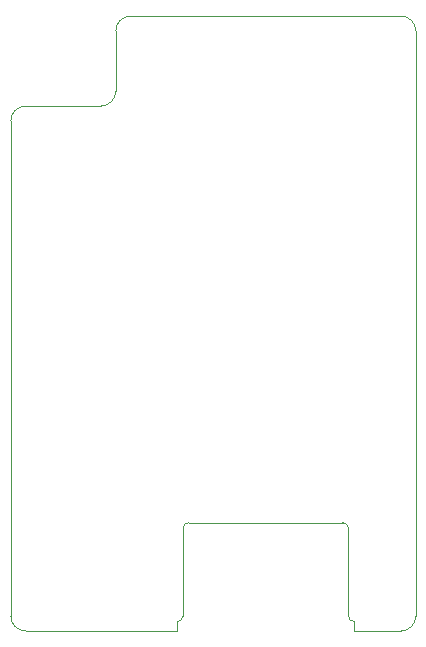
<source format=gbr>
%TF.GenerationSoftware,KiCad,Pcbnew,7.0.2*%
%TF.CreationDate,2023-04-28T15:55:32+02:00*%
%TF.ProjectId,picow_adapter,7069636f-775f-4616-9461-707465722e6b,rev?*%
%TF.SameCoordinates,Original*%
%TF.FileFunction,Profile,NP*%
%FSLAX46Y46*%
G04 Gerber Fmt 4.6, Leading zero omitted, Abs format (unit mm)*
G04 Created by KiCad (PCBNEW 7.0.2) date 2023-04-28 15:55:32*
%MOMM*%
%LPD*%
G01*
G04 APERTURE LIST*
%TA.AperFunction,Profile*%
%ADD10C,0.100000*%
%TD*%
G04 APERTURE END LIST*
D10*
X57150000Y-40640000D02*
G75*
G03*
X55880000Y-41910000I0J-1270000D01*
G01*
X46990000Y-91440000D02*
X46990000Y-87630000D01*
X55880000Y-92710000D02*
X61080000Y-92710000D01*
X76080000Y-91925000D02*
X76080000Y-92710000D01*
X55880000Y-41910000D02*
X55880000Y-46990000D01*
X46990000Y-91440000D02*
G75*
G03*
X48260000Y-92710000I1270000J0D01*
G01*
X54610000Y-48260000D02*
X48260000Y-48260000D01*
X46990000Y-59690000D02*
X46990000Y-87630000D01*
X81280000Y-41910000D02*
G75*
G03*
X80010000Y-40640000I-1270000J0D01*
G01*
X81280000Y-91440000D02*
X81280000Y-41910000D01*
X46990000Y-49530000D02*
X46990000Y-59690000D01*
X76080000Y-92710000D02*
X80010000Y-92710000D01*
X80010000Y-40640000D02*
X57150000Y-40640000D01*
X61080000Y-91925000D02*
X61080000Y-92710000D01*
X54610000Y-48260000D02*
G75*
G03*
X55880000Y-46990000I0J1270000D01*
G01*
X80010000Y-92710000D02*
G75*
G03*
X81280000Y-91440000I0J1270000D01*
G01*
X48260000Y-92710000D02*
X55880000Y-92710000D01*
X48260000Y-48260000D02*
G75*
G03*
X46990000Y-49530000I0J-1270000D01*
G01*
%TO.C,A1*%
X61580000Y-91425000D02*
X61580000Y-84025000D01*
X62080000Y-83525000D02*
X75080000Y-83525000D01*
X75580000Y-84025000D02*
X75580000Y-91425000D01*
X62080000Y-83525000D02*
G75*
G03*
X61580000Y-84025000I0J-500000D01*
G01*
X61080000Y-91925000D02*
G75*
G03*
X61580000Y-91425000I0J500000D01*
G01*
X75580000Y-84025000D02*
G75*
G03*
X75080000Y-83525000I-500000J0D01*
G01*
X75580000Y-91425000D02*
G75*
G03*
X76080000Y-91925000I500000J0D01*
G01*
%TD*%
M02*

</source>
